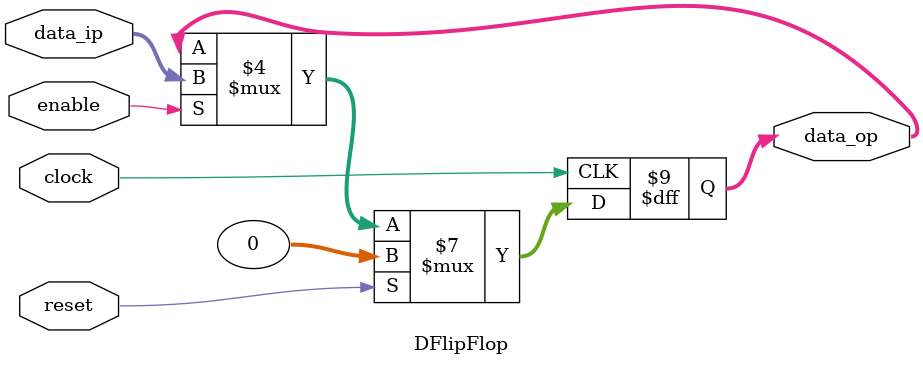
<source format=sv>

module DFlipFlop #(
  parameter DATA_WIDTH = 32
) (
  input logic clock,
  input logic reset,

  // enable signal to determine if this FlipFlop was selected
  // in this case better to use latch
  input logic enable,
  input logic [DATA_WIDTH-1:0] data_ip,
  output logic [DATA_WIDTH-1:0] data_op
);

  always_ff @(posedge clock) begin
    if (reset == 1'b1)
      data_op <= 0;
    else if (enable == 1'b1)
      data_op <= data_ip;
  end

endmodule
</source>
